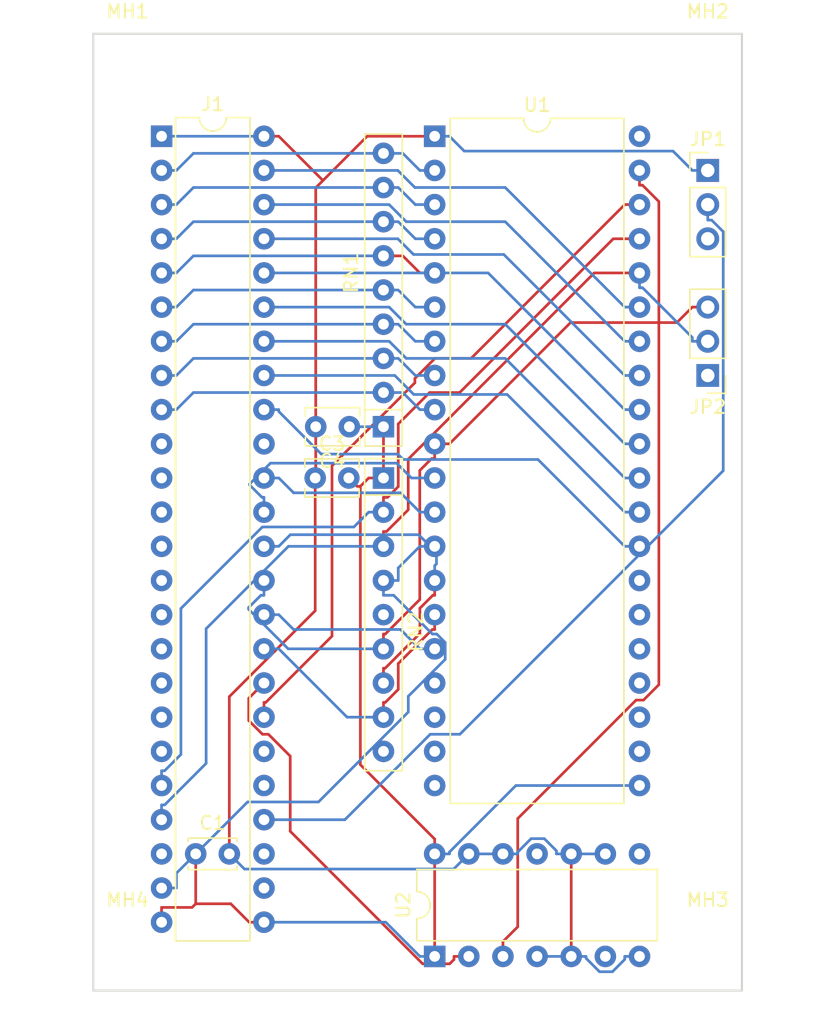
<source format=kicad_pcb>
(kicad_pcb (version 20211014) (generator pcbnew)
  (layers (0 "F.Cu" signal) (31 "B.Cu" signal) (34 "B.Paste" user) (35 "F.Paste" user) (36 "B.SilkS" user "B.Silkscreen") (37 "F.SilkS" user "F.Silkscreen") (38 "B.Mask" user) (39 "F.Mask" user) (44 "Edge.Cuts" user))
  (net 0 "")
  (net 1 "VCC")
  (net 2 "GND")
  (net 3 "Net-(J1-Pad30)")
  (net 4 "/P26")
  (net 5 "Net-(J1-Pad27)")
  (net 6 "/P27")
  (net 7 "/P47")
  (net 8 "Net-(J1-Pad28)")
  (net 9 "Net-(J1-Pad29)")
  (net 10 "/P46")
  (net 11 "Net-(J1-Pad26)")
  (net 12 "Net-(J1-Pad19)")
  (net 13 "/P25")
  (net 14 "/P24")
  (net 15 "/P23")
  (net 16 "/P22")
  (net 17 "/P21")
  (net 18 "/P20")
  (net 19 "Net-(J1-Pad10)")
  (net 20 "/P17")
  (net 21 "/P16")
  (net 22 "Net-(J1-Pad39)")
  (net 23 "/P15")
  (net 24 "/P40")
  (net 25 "/P14")
  (net 26 "/P41")
  (net 27 "/P13")
  (net 28 "/P42")
  (net 29 "/P12")
  (net 30 "/P11")
  (net 31 "/P44")
  (net 32 "/P10")
  (net 33 "/P45")
  (net 34 "Net-(U2-Pad11)")
  (net 35 "Net-(U2-Pad8)")
  (net 36 "Net-(JP1-Pad3)")
  (net 37 "/P50")
  (net 38 "/P43")
  (net 39 "/P51")
  (net 40 "Net-(JP2-Pad1)")
  (net 41 "/P53")
  (net 42 "Net-(J1-Pad22)")
  (net 43 "Net-(RN2-Pad9)")
  (net 44 "Net-(RN2-Pad5)")
  (net 45 "Net-(U1-Pad40)")
  (net 46 "Net-(U1-Pad20)")
  (net 47 "Net-(U1-Pad39)")
  (net 48 "Net-(U1-Pad19)")
  (net 49 "Net-(U1-Pad18)")
  (net 50 "Net-(U1-Pad17)")
  (net 51 "Net-(U1-Pad27)")
  (net 52 "Net-(U1-Pad26)")
  (net 53 "Net-(U1-Pad25)")
  (net 54 "Net-(U1-Pad24)")
  (net 55 "Net-(U1-Pad23)")
  (net 56 "Net-(U1-Pad22)")
  (net 57 "Net-(U2-Pad6)")
  (net 58 "Net-(J1-Pad17)")
  (net 59 "Net-(J1-Pad18)")
  (net 60 "Net-(J1-Pad16)")
  (net 61 "Net-(J1-Pad15)")
  (net 62 "Net-(J1-Pad14)")
  (net 63 "Net-(J1-Pad13)")
  (net 64 "Net-(J1-Pad12)")
  (net 65 "Net-(J1-Pad11)")
  (footprint "MountingHole:MountingHole_3.2mm_M3" (layer "F.Cu") (at 101 70)
    (fp_text reference "MH1" (at 0 -4.2) (layer "F.SilkS"))
    (fp_text value "MountingHole_3.2mm_M3")
    (pad "" np_thru_hole circle locked (at 0 0) (size 3.2 3.2) (drill 3.2) (layers *.Cu *.Mask))
  )
  (footprint "MountingHole:MountingHole_3.2mm_M3" (layer "F.Cu") (at 144.18 70)
    (fp_text reference "MH2" (at 0 -4.2) (layer "F.SilkS"))
    (fp_text value "MountingHole_3.2mm_M3")
    (pad "" np_thru_hole circle locked (at 0 0) (size 3.2 3.2) (drill 3.2) (layers *.Cu *.Mask))
  )
  (footprint "MountingHole:MountingHole_3.2mm_M3" (layer "F.Cu") (at 144.18 136.04)
    (fp_text reference "MH3" (at 0 -4.2) (layer "F.SilkS"))
    (fp_text value "MountingHole_3.2mm_M3")
    (pad "" np_thru_hole circle locked (at 0 0) (size 3.2 3.2) (drill 3.2) (layers *.Cu *.Mask))
  )
  (footprint "MountingHole:MountingHole_3.2mm_M3" (layer "F.Cu") (at 101 136.04)
    (fp_text reference "MH4" (at 0 -4.2) (layer "F.SilkS"))
    (fp_text value "MountingHole_3.2mm_M3")
    (pad "" np_thru_hole circle locked (at 0 0) (size 3.2 3.2) (drill 3.2) (layers *.Cu *.Mask))
  )
  (footprint "Capacitor_THT:C_Disc_D3.4mm_W2.1mm_P2.50mm" (layer "F.Cu") (at 106.08 128.42)
    (fp_text reference "C1" (at 1.25 -2.3) (layer "F.SilkS"))
    (fp_text value "0.1u")
    (fp_line (start -0.57 -1.17) (end -0.57 -0.925) (layer "F.SilkS") (width 0.12))
    (fp_line (start 3.07 -1.17) (end 3.07 -0.925) (layer "F.SilkS") (width 0.12))
    (fp_line (start -0.57 0.925) (end -0.57 1.17) (layer "F.SilkS") (width 0.12))
    (fp_line (start 3.07 0.925) (end 3.07 1.17) (layer "F.SilkS") (width 0.12))
    (fp_line (start -0.57 1.17) (end 3.07 1.17) (layer "F.SilkS") (width 0.12))
    (fp_line (start -0.57 -1.17) (end 3.07 -1.17) (layer "F.SilkS") (width 0.12))
    (pad "1" thru_hole circle locked (at 0 0) (size 1.6 1.6) (drill 0.8) (layers *.Cu *.Mask) (net 1 "VCC"))
    (pad "2" thru_hole circle locked (at 2.5 0) (size 1.6 1.6) (drill 0.8) (layers *.Cu *.Mask) (net 2 "GND"))
  )
  (footprint "Connector_PinHeader_2.54mm:PinHeader_1x03_P2.54mm_Vertical" (layer "F.Cu") (at 144.18 77.62)
    (fp_text reference "JP1" (at 0 -2.33) (layer "F.SilkS"))
    (fp_text value "MC/HD")
    (fp_line (start -1.33 1.27) (end 1.33 1.27) (layer "F.SilkS") (width 0.12))
    (fp_line (start -1.33 -1.33) (end 0 -1.33) (layer "F.SilkS") (width 0.12))
    (fp_line (start -1.33 0) (end -1.33 -1.33) (layer "F.SilkS") (width 0.12))
    (fp_line (start 1.33 1.27) (end 1.33 6.41) (layer "F.SilkS") (width 0.12))
    (fp_line (start -1.33 1.27) (end -1.33 6.41) (layer "F.SilkS") (width 0.12))
    (fp_line (start -1.33 6.41) (end 1.33 6.41) (layer "F.SilkS") (width 0.12))
    (pad "1" thru_hole rect locked (at 0 0) (size 1.7 1.7) (drill 1) (layers *.Cu *.Mask) (net 2 "GND"))
    (pad "2" thru_hole oval locked (at 0 2.54) (size 1.7 1.7) (drill 1) (layers *.Cu *.Mask) (net 8 "Net-(J1-Pad28)"))
    (pad "3" thru_hole oval locked (at 0 5.08) (size 1.7 1.7) (drill 1) (layers *.Cu *.Mask) (net 36 "Net-(JP1-Pad3)"))
  )
  (footprint "Connector_PinHeader_2.54mm:PinHeader_1x03_P2.54mm_Vertical" (layer "F.Cu") (at 144.18 92.86 180)
    (fp_text reference "JP2" (at 0 -2.33) (layer "F.SilkS"))
    (fp_text value "SingleStep")
    (fp_line (start -1.33 -1.33) (end 0 -1.33) (layer "F.SilkS") (width 0.12))
    (fp_line (start 1.33 1.27) (end 1.33 6.41) (layer "F.SilkS") (width 0.12))
    (fp_line (start -1.33 6.41) (end 1.33 6.41) (layer "F.SilkS") (width 0.12))
    (fp_line (start -1.33 1.27) (end -1.33 6.41) (layer "F.SilkS") (width 0.12))
    (fp_line (start -1.33 0) (end -1.33 -1.33) (layer "F.SilkS") (width 0.12))
    (fp_line (start -1.33 1.27) (end 1.33 1.27) (layer "F.SilkS") (width 0.12))
    (pad "1" thru_hole rect locked (at 0 0 180) (size 1.7 1.7) (drill 1) (layers *.Cu *.Mask) (net 40 "Net-(JP2-Pad1)"))
    (pad "2" thru_hole oval locked (at 0 2.54 180) (size 1.7 1.7) (drill 1) (layers *.Cu *.Mask) (net 39 "/P51"))
    (pad "3" thru_hole oval locked (at 0 5.08 180) (size 1.7 1.7) (drill 1) (layers *.Cu *.Mask) (net 38 "/P43"))
  )
  (footprint "Resistor_THT:R_Array_SIP9" (layer "F.Cu") (at 120.05 96.67 90)
    (fp_text reference "RN1" (at 11.43 -2.4 90) (layer "F.SilkS"))
    (fp_text value "10k")
    (fp_line (start 1.27 -1.4) (end 1.27 1.4) (layer "F.SilkS") (width 0.12))
    (fp_line (start -1.44 1.4) (end 21.76 1.4) (layer "F.SilkS") (width 0.12))
    (fp_line (start 21.76 1.4) (end 21.76 -1.4) (layer "F.SilkS") (width 0.12))
    (fp_line (start -1.44 -1.4) (end -1.44 1.4) (layer "F.SilkS") (width 0.12))
    (fp_line (start 21.76 -1.4) (end -1.44 -1.4) (layer "F.SilkS") (width 0.12))
    (pad "1" thru_hole rect locked (at 0 0 90) (size 1.6 1.6) (drill 0.8) (layers *.Cu *.Mask) (net 1 "VCC"))
    (pad "2" thru_hole oval locked (at 2.54 0 90) (size 1.6 1.6) (drill 0.8) (layers *.Cu *.Mask) (net 20 "/P17"))
    (pad "3" thru_hole oval locked (at 5.08 0 90) (size 1.6 1.6) (drill 0.8) (layers *.Cu *.Mask) (net 21 "/P16"))
    (pad "4" thru_hole oval locked (at 7.62 0 90) (size 1.6 1.6) (drill 0.8) (layers *.Cu *.Mask) (net 23 "/P15"))
    (pad "5" thru_hole oval locked (at 10.16 0 90) (size 1.6 1.6) (drill 0.8) (layers *.Cu *.Mask) (net 25 "/P14"))
    (pad "6" thru_hole oval locked (at 12.7 0 90) (size 1.6 1.6) (drill 0.8) (layers *.Cu *.Mask) (net 27 "/P13"))
    (pad "7" thru_hole oval locked (at 15.24 0 90) (size 1.6 1.6) (drill 0.8) (layers *.Cu *.Mask) (net 29 "/P12"))
    (pad "8" thru_hole oval locked (at 17.78 0 90) (size 1.6 1.6) (drill 0.8) (layers *.Cu *.Mask) (net 30 "/P11"))
    (pad "9" thru_hole oval locked (at 20.32 0 90) (size 1.6 1.6) (drill 0.8) (layers *.Cu *.Mask) (net 32 "/P10"))
  )
  (footprint "Resistor_THT:R_Array_SIP9" (layer "F.Cu") (at 120.05 100.48 -90)
    (fp_text reference "RN2" (at 11.43 -2.4 90) (layer "F.SilkS"))
    (fp_text value "4.7k")
    (fp_line (start 21.76 1.4) (end 21.76 -1.4) (layer "F.SilkS") (width 0.12))
    (fp_line (start 1.27 -1.4) (end 1.27 1.4) (layer "F.SilkS") (width 0.12))
    (fp_line (start -1.44 -1.4) (end -1.44 1.4) (layer "F.SilkS") (width 0.12))
    (fp_line (start 21.76 -1.4) (end -1.44 -1.4) (layer "F.SilkS") (width 0.12))
    (fp_line (start -1.44 1.4) (end 21.76 1.4) (layer "F.SilkS") (width 0.12))
    (pad "1" thru_hole rect locked (at 0 0 270) (size 1.6 1.6) (drill 0.8) (layers *.Cu *.Mask) (net 1 "VCC"))
    (pad "2" thru_hole oval locked (at 2.54 0 270) (size 1.6 1.6) (drill 0.8) (layers *.Cu *.Mask) (net 37 "/P50"))
    (pad "3" thru_hole oval locked (at 5.08 0 270) (size 1.6 1.6) (drill 0.8) (layers *.Cu *.Mask) (net 39 "/P51"))
    (pad "4" thru_hole oval locked (at 7.62 0 270) (size 1.6 1.6) (drill 0.8) (layers *.Cu *.Mask) (net 41 "/P53"))
    (pad "5" thru_hole oval locked (at 10.16 0 270) (size 1.6 1.6) (drill 0.8) (layers *.Cu *.Mask) (net 44 "Net-(RN2-Pad5)"))
    (pad "6" thru_hole oval locked (at 12.7 0 270) (size 1.6 1.6) (drill 0.8) (layers *.Cu *.Mask) (net 38 "/P43"))
    (pad "7" thru_hole oval locked (at 15.24 0 270) (size 1.6 1.6) (drill 0.8) (layers *.Cu *.Mask) (net 28 "/P42"))
    (pad "8" thru_hole oval locked (at 17.78 0 270) (size 1.6 1.6) (drill 0.8) (layers *.Cu *.Mask) (net 33 "/P45"))
    (pad "9" thru_hole oval locked (at 20.32 0 270) (size 1.6 1.6) (drill 0.8) (layers *.Cu *.Mask) (net 43 "Net-(RN2-Pad9)"))
  )
  (footprint "Package_DIP:DIP-14_W7.62mm" (layer "F.Cu") (at 123.86 136.04 90)
    (fp_text reference "U2" (at 3.81 -2.33 90) (layer "F.SilkS"))
    (fp_text value "74HCT126")
    (fp_line (start 6.46 16.57) (end 6.46 -1.33) (layer "F.SilkS") (width 0.12))
    (fp_line (start 2.81 -1.33) (end 1.16 -1.33) (layer "F.SilkS") (width 0.12))
    (fp_line (start 1.16 -1.33) (end 1.16 16.57) (layer "F.SilkS") (width 0.12))
    (fp_line (start 6.46 -1.33) (end 4.81 -1.33) (layer "F.SilkS") (width 0.12))
    (fp_line (start 1.16 16.57) (end 6.46 16.57) (layer "F.SilkS") (width 0.12))
    (fp_arc (start 4.81 -1.33) (mid 3.81 -0.33) (end 2.81 -1.33) (layer "F.SilkS") (width 0.12))
    (pad "1" thru_hole rect locked (at 0 0 90) (size 1.6 1.6) (drill 0.8) (layers *.Cu *.Mask) (net 1 "VCC"))
    (pad "2" thru_hole oval locked (at 0 2.54 90) (size 1.6 1.6) (drill 0.8) (layers *.Cu *.Mask) (net 10 "/P46"))
    (pad "3" thru_hole oval locked (at 0 5.08 90) (size 1.6 1.6) (drill 0.8) (layers *.Cu *.Mask) (net 47 "Net-(U1-Pad39)"))
    (pad "4" thru_hole oval locked (at 0 7.62 90) (size 1.6 1.6) (drill 0.8) (layers *.Cu *.Mask) (net 2 "GND"))
    (pad "5" thru_hole oval locked (at 0 10.16 90) (size 1.6 1.6) (drill 0.8) (layers *.Cu *.Mask) (net 2 "GND"))
    (pad "6" thru_hole oval locked (at 0 12.7 90) (size 1.6 1.6) (drill 0.8) (layers *.Cu *.Mask) (net 57 "Net-(U2-Pad6)"))
    (pad "7" thru_hole oval locked (at 0 15.24 90) (size 1.6 1.6) (drill 0.8) (layers *.Cu *.Mask) (net 2 "GND"))
    (pad "8" thru_hole oval locked (at 7.62 15.24 90) (size 1.6 1.6) (drill 0.8) (layers *.Cu *.Mask) (net 35 "Net-(U2-Pad8)"))
    (pad "9" thru_hole oval locked (at 7.62 12.7 90) (size 1.6 1.6) (drill 0.8) (layers *.Cu *.Mask) (net 2 "GND"))
    (pad "10" thru_hole oval locked (at 7.62 10.16 90) (size 1.6 1.6) (drill 0.8) (layers *.Cu *.Mask) (net 2 "GND"))
    (pad "11" thru_hole oval locked (at 7.62 7.62 90) (size 1.6 1.6) (drill 0.8) (layers *.Cu *.Mask) (net 34 "Net-(U2-Pad11)"))
    (pad "12" thru_hole oval locked (at 7.62 5.08 90) (size 1.6 1.6) (drill 0.8) (layers *.Cu *.Mask) (net 2 "GND"))
    (pad "13" thru_hole oval locked (at 7.62 2.54 90) (size 1.6 1.6) (drill 0.8) (layers *.Cu *.Mask) (net 2 "GND"))
    (pad "14" thru_hole oval locked (at 7.62 0 90) (size 1.6 1.6) (drill 0.8) (layers *.Cu *.Mask) (net 1 "VCC"))
  )
  (footprint "0-LocalLibrary:DIP-48_W7.62mm" (layer "F.Cu") (at 103.54 75.08)
    (fp_text reference "J1" (at 3.81 -2.39) (layer "F.SilkS"))
    (fp_text value "BionicConnector")
    (fp_line (start 1.04 18.93) (end 1.04 59.81) (layer "F.SilkS") (width 0.12))
    (fp_line (start 6.58 59.81) (end 6.58 18.93) (layer "F.SilkS") (width 0.12))
    (fp_line (start 1.04 59.81) (end 6.58 59.81) (layer "F.SilkS") (width 0.12))
    (fp_line (start 2.81 -1.39) (end 1.04 -1.39) (layer "F.SilkS") (width 0.12))
    (fp_line (start 6.58 -1.39) (end 4.81 -1.39) (layer "F.SilkS") (width 0.12))
    (fp_line (start 1.04 -1.39) (end 1.04 39.49) (layer "F.SilkS") (width 0.12))
    (fp_line (start 6.58 39.49) (end 6.58 -1.39) (layer "F.SilkS") (width 0.12))
    (fp_arc (start 4.81 -1.39) (mid 3.81 -0.39) (end 2.81 -1.39) (layer "F.SilkS") (width 0.12))
    (pad "1" thru_hole rect locked (at 0 0) (size 1.6 1.6) (drill 0.8) (layers *.Cu *.Mask) (net 2 "GND"))
    (pad "2" thru_hole oval locked (at 0 2.54) (size 1.6 1.6) (drill 0.8) (layers *.Cu *.Mask) (net 32 "/P10"))
    (pad "3" thru_hole oval locked (at 0 5.08) (size 1.6 1.6) (drill 0.8) (layers *.Cu *.Mask) (net 30 "/P11"))
    (pad "4" thru_hole oval locked (at 0 7.62) (size 1.6 1.6) (drill 0.8) (layers *.Cu *.Mask) (net 29 "/P12"))
    (pad "5" thru_hole oval locked (at 0 10.16) (size 1.6 1.6) (drill 0.8) (layers *.Cu *.Mask) (net 27 "/P13"))
    (pad "6" thru_hole oval locked (at 0 12.7) (size 1.6 1.6) (drill 0.8) (layers *.Cu *.Mask) (net 25 "/P14"))
    (pad "7" thru_hole oval locked (at 0 15.24) (size 1.6 1.6) (drill 0.8) (layers *.Cu *.Mask) (net 23 "/P15"))
    (pad "8" thru_hole oval locked (at 0 17.78) (size 1.6 1.6) (drill 0.8) (layers *.Cu *.Mask) (net 21 "/P16"))
    (pad "9" thru_hole oval locked (at 0 20.32) (size 1.6 1.6) (drill 0.8) (layers *.Cu *.Mask) (net 20 "/P17"))
    (pad "10" thru_hole oval locked (at 0 22.86) (size 1.6 1.6) (drill 0.8) (layers *.Cu *.Mask) (net 19 "Net-(J1-Pad10)"))
    (pad "11" thru_hole oval locked (at 0 25.4) (size 1.6 1.6) (drill 0.8) (layers *.Cu *.Mask) (net 65 "Net-(J1-Pad11)"))
    (pad "12" thru_hole oval locked (at 0 27.94) (size 1.6 1.6) (drill 0.8) (layers *.Cu *.Mask) (net 64 "Net-(J1-Pad12)"))
    (pad "13" thru_hole oval locked (at 0 30.48) (size 1.6 1.6) (drill 0.8) (layers *.Cu *.Mask) (net 63 "Net-(J1-Pad13)"))
    (pad "14" thru_hole oval locked (at 0 33.02) (size 1.6 1.6) (drill 0.8) (layers *.Cu *.Mask) (net 62 "Net-(J1-Pad14)"))
    (pad "15" thru_hole oval locked (at 0 35.56) (size 1.6 1.6) (drill 0.8) (layers *.Cu *.Mask) (net 61 "Net-(J1-Pad15)"))
    (pad "16" thru_hole oval locked (at 0 38.1) (size 1.6 1.6) (drill 0.8) (layers *.Cu *.Mask) (net 60 "Net-(J1-Pad16)"))
    (pad "17" thru_hole oval locked (at 0 40.64) (size 1.6 1.6) (drill 0.8) (layers *.Cu *.Mask) (net 58 "Net-(J1-Pad17)"))
    (pad "18" thru_hole oval locked (at 0 43.18) (size 1.6 1.6) (drill 0.8) (layers *.Cu *.Mask) (net 59 "Net-(J1-Pad18)"))
    (pad "19" thru_hole oval locked (at 0 45.72) (size 1.6 1.6) (drill 0.8) (layers *.Cu *.Mask) (net 12 "Net-(J1-Pad19)"))
    (pad "20" thru_hole oval locked (at 0 48.26) (size 1.6 1.6) (drill 0.8) (layers *.Cu *.Mask) (net 37 "/P50"))
    (pad "21" thru_hole oval locked (at 0 50.8) (size 1.6 1.6) (drill 0.8) (layers *.Cu *.Mask) (net 39 "/P51"))
    (pad "22" thru_hole oval locked (at 0 53.34) (size 1.6 1.6) (drill 0.8) (layers *.Cu *.Mask) (net 42 "Net-(J1-Pad22)"))
    (pad "23" thru_hole oval locked (at 0 55.88) (size 1.6 1.6) (drill 0.8) (layers *.Cu *.Mask) (net 41 "/P53"))
    (pad "24" thru_hole oval locked (at 0 58.42) (size 1.6 1.6) (drill 0.8) (layers *.Cu *.Mask) (net 1 "VCC"))
    (pad "25" thru_hole oval locked (at 7.62 58.42) (size 1.6 1.6) (drill 0.8) (layers *.Cu *.Mask) (net 1 "VCC"))
    (pad "26" thru_hole oval locked (at 7.62 55.88) (size 1.6 1.6) (drill 0.8) (layers *.Cu *.Mask) (net 11 "Net-(J1-Pad26)"))
    (pad "27" thru_hole oval locked (at 7.62 53.34) (size 1.6 1.6) (drill 0.8) (layers *.Cu *.Mask) (net 5 "Net-(J1-Pad27)"))
    (pad "28" thru_hole oval locked (at 7.62 50.8) (size 1.6 1.6) (drill 0.8) (layers *.Cu *.Mask) (net 8 "Net-(J1-Pad28)"))
    (pad "29" thru_hole oval locked (at 7.62 48.26) (size 1.6 1.6) (drill 0.8) (layers *.Cu *.Mask) (net 9 "Net-(J1-Pad29)"))
    (pad "30" thru_hole oval locked (at 7.62 45.72) (size 1.6 1.6) (drill 0.8) (layers *.Cu *.Mask) (net 3 "Net-(J1-Pad30)"))
    (pad "31" thru_hole oval locked (at 7.62 43.18) (size 1.6 1.6) (drill 0.8) (layers *.Cu *.Mask) (net 7 "/P47"))
    (pad "32" thru_hole oval locked (at 7.62 40.64) (size 1.6 1.6) (drill 0.8) (layers *.Cu *.Mask) (net 10 "/P46"))
    (pad "33" thru_hole oval locked (at 7.62 38.1) (size 1.6 1.6) (drill 0.8) (layers *.Cu *.Mask) (net 33 "/P45"))
    (pad "34" thru_hole oval locked (at 7.62 35.56) (size 1.6 1.6) (drill 0.8) (layers *.Cu *.Mask) (net 31 "/P44"))
    (pad "35" thru_hole oval locked (at 7.62 33.02) (size 1.6 1.6) (drill 0.8) (layers *.Cu *.Mask) (net 38 "/P43"))
    (pad "36" thru_hole oval locked (at 7.62 30.48) (size 1.6 1.6) (drill 0.8) (layers *.Cu *.Mask) (net 28 "/P42"))
    (pad "37" thru_hole oval locked (at 7.62 27.94) (size 1.6 1.6) (drill 0.8) (layers *.Cu *.Mask) (net 26 "/P41"))
    (pad "38" thru_hole oval locked (at 7.62 25.4) (size 1.6 1.6) (drill 0.8) (layers *.Cu *.Mask) (net 24 "/P40"))
    (pad "39" thru_hole oval locked (at 7.62 22.86) (size 1.6 1.6) (drill 0.8) (layers *.Cu *.Mask) (net 22 "Net-(J1-Pad39)"))
    (pad "40" thru_hole oval locked (at 7.62 20.32) (size 1.6 1.6) (drill 0.8) (layers *.Cu *.Mask) (net 6 "/P27"))
    (pad "41" thru_hole oval locked (at 7.62 17.78) (size 1.6 1.6) (drill 0.8) (layers *.Cu *.Mask) (net 4 "/P26"))
    (pad "42" thru_hole oval locked (at 7.62 15.24) (size 1.6 1.6) (drill 0.8) (layers *.Cu *.Mask) (net 13 "/P25"))
    (pad "43" thru_hole oval locked (at 7.62 12.7) (size 1.6 1.6) (drill 0.8) (layers *.Cu *.Mask) (net 14 "/P24"))
    (pad "44" thru_hole oval locked (at 7.62 10.16) (size 1.6 1.6) (drill 0.8) (layers *.Cu *.Mask) (net 15 "/P23"))
    (pad "45" thru_hole oval locked (at 7.62 7.62) (size 1.6 1.6) (drill 0.8) (layers *.Cu *.Mask) (net 16 "/P22"))
    (pad "46" thru_hole oval locked (at 7.62 5.08) (size 1.6 1.6) (drill 0.8) (layers *.Cu *.Mask) (net 17 "/P21"))
    (pad "47" thru_hole oval locked (at 7.62 2.54) (size 1.6 1.6) (drill 0.8) (layers *.Cu *.Mask) (net 18 "/P20"))
    (pad "48" thru_hole oval locked (at 7.62 0) (size 1.6 1.6) (drill 0.8) (layers *.Cu *.Mask) (net 2 "GND"))
  )
  (footprint "Package_DIP:DIP-40_W15.24mm" (layer "F.Cu") (at 123.86 75.08)
    (fp_text reference "U1" (at 7.62 -2.33) (layer "F.SilkS"))
    (fp_text value "MC68HC11D0P")
    (fp_line (start 1.16 -1.33) (end 1.16 49.59) (layer "F.SilkS") (width 0.12))
    (fp_line (start 6.62 -1.33) (end 1.16 -1.33) (layer "F.SilkS") (width 0.12))
    (fp_line (start 14.08 49.59) (end 14.08 -1.33) (layer "F.SilkS") (width 0.12))
    (fp_line (start 14.08 -1.33) (end 8.62 -1.33) (layer "F.SilkS") (width 0.12))
    (fp_line (start 1.16 49.59) (end 14.08 49.59) (layer "F.SilkS") (width 0.12))
    (fp_arc (start 8.62 -1.33) (mid 7.62 -0.33) (end 6.62 -1.33) (layer "F.SilkS") (width 0.12))
    (pad "1" thru_hole rect locked (at 0 0) (size 1.6 1.6) (drill 0.8) (layers *.Cu *.Mask) (net 2 "GND"))
    (pad "2" thru_hole oval locked (at 0 2.54) (size 1.6 1.6) (drill 0.8) (layers *.Cu *.Mask) (net 32 "/P10"))
    (pad "3" thru_hole oval locked (at 0 5.08) (size 1.6 1.6) (drill 0.8) (layers *.Cu *.Mask) (net 30 "/P11"))
    (pad "4" thru_hole oval locked (at 0 7.62) (size 1.6 1.6) (drill 0.8) (layers *.Cu *.Mask) (net 29 "/P12"))
    (pad "5" thru_hole oval locked (at 0 10.16) (size 1.6 1.6) (drill 0.8) (layers *.Cu *.Mask) (net 27 "/P13"))
    (pad "6" thru_hole oval locked (at 0 12.7) (size 1.6 1.6) (drill 0.8) (layers *.Cu *.Mask) (net 25 "/P14"))
    (pad "7" thru_hole oval locked (at 0 15.24) (size 1.6 1.6) (drill 0.8) (layers *.Cu *.Mask) (net 23 "/P15"))
    (pad "8" thru_hole oval locked (at 0 17.78) (size 1.6 1.6) (drill 0.8) (layers *.Cu *.Mask) (net 21 "/P16"))
    (pad "9" thru_hole oval locked (at 0 20.32) (size 1.6 1.6) (drill 0.8) (layers *.Cu *.Mask) (net 20 "/P17"))
    (pad "10" thru_hole oval locked (at 0 22.86) (size 1.6 1.6) (drill 0.8) (layers *.Cu *.Mask) (net 38 "/P43"))
    (pad "11" thru_hole oval locked (at 0 25.4) (size 1.6 1.6) (drill 0.8) (layers *.Cu *.Mask) (net 26 "/P41"))
    (pad "12" thru_hole oval locked (at 0 27.94) (size 1.6 1.6) (drill 0.8) (layers *.Cu *.Mask) (net 24 "/P40"))
    (pad "13" thru_hole oval locked (at 0 30.48) (size 1.6 1.6) (drill 0.8) (layers *.Cu *.Mask) (net 41 "/P53"))
    (pad "14" thru_hole oval locked (at 0 33.02) (size 1.6 1.6) (drill 0.8) (layers *.Cu *.Mask) (net 28 "/P42"))
    (pad "15" thru_hole oval locked (at 0 35.56) (size 1.6 1.6) (drill 0.8) (layers *.Cu *.Mask) (net 33 "/P45"))
    (pad "16" thru_hole oval locked (at 0 38.1) (size 1.6 1.6) (drill 0.8) (layers *.Cu *.Mask) (net 31 "/P44"))
    (pad "17" thru_hole oval locked (at 0 40.64) (size 1.6 1.6) (drill 0.8) (layers *.Cu *.Mask) (net 50 "Net-(U1-Pad17)"))
    (pad "18" thru_hole oval locked (at 0 43.18) (size 1.6 1.6) (drill 0.8) (layers *.Cu *.Mask) (net 49 "Net-(U1-Pad18)"))
    (pad "19" thru_hole oval locked (at 0 45.72) (size 1.6 1.6) (drill 0.8) (layers *.Cu *.Mask) (net 48 "Net-(U1-Pad19)"))
    (pad "20" thru_hole oval locked (at 0 48.26) (size 1.6 1.6) (drill 0.8) (layers *.Cu *.Mask) (net 46 "Net-(U1-Pad20)"))
    (pad "21" thru_hole oval locked (at 15.24 48.26) (size 1.6 1.6) (drill 0.8) (layers *.Cu *.Mask) (net 1 "VCC"))
    (pad "22" thru_hole oval locked (at 15.24 45.72) (size 1.6 1.6) (drill 0.8) (layers *.Cu *.Mask) (net 56 "Net-(U1-Pad22)"))
    (pad "23" thru_hole oval locked (at 15.24 43.18) (size 1.6 1.6) (drill 0.8) (layers *.Cu *.Mask) (net 55 "Net-(U1-Pad23)"))
    (pad "24" thru_hole oval locked (at 15.24 40.64) (size 1.6 1.6) (drill 0.8) (layers *.Cu *.Mask) (net 54 "Net-(U1-Pad24)"))
    (pad "25" thru_hole oval locked (at 15.24 38.1) (size 1.6 1.6) (drill 0.8) (layers *.Cu *.Mask) (net 53 "Net-(U1-Pad25)"))
    (pad "26" thru_hole oval locked (at 15.24 35.56) (size 1.6 1.6) (drill 0.8) (layers *.Cu *.Mask) (net 52 "Net-(U1-Pad26)"))
    (pad "27" thru_hole oval locked (at 15.24 33.02) (size 1.6 1.6) (drill 0.8) (layers *.Cu *.Mask) (net 51 "Net-(U1-Pad27)"))
    (pad "28" thru_hole oval locked (at 15.24 30.48) (size 1.6 1.6) (drill 0.8) (layers *.Cu *.Mask) (net 6 "/P27"))
    (pad "29" thru_hole oval locked (at 15.24 27.94) (size 1.6 1.6) (drill 0.8) (layers *.Cu *.Mask) (net 4 "/P26"))
    (pad "30" thru_hole oval locked (at 15.24 25.4) (size 1.6 1.6) (drill 0.8) (layers *.Cu *.Mask) (net 13 "/P25"))
    (pad "31" thru_hole oval locked (at 15.24 22.86) (size 1.6 1.6) (drill 0.8) (layers *.Cu *.Mask) (net 14 "/P24"))
    (pad "32" thru_hole oval locked (at 15.24 20.32) (size 1.6 1.6) (drill 0.8) (layers *.Cu *.Mask) (net 15 "/P23"))
    (pad "33" thru_hole oval locked (at 15.24 17.78) (size 1.6 1.6) (drill 0.8) (layers *.Cu *.Mask) (net 16 "/P22"))
    (pad "34" thru_hole oval locked (at 15.24 15.24) (size 1.6 1.6) (drill 0.8) (layers *.Cu *.Mask) (net 17 "/P21"))
    (pad "35" thru_hole oval locked (at 15.24 12.7) (size 1.6 1.6) (drill 0.8) (layers *.Cu *.Mask) (net 18 "/P20"))
    (pad "36" thru_hole oval locked (at 15.24 10.16) (size 1.6 1.6) (drill 0.8) (layers *.Cu *.Mask) (net 39 "/P51"))
    (pad "37" thru_hole oval locked (at 15.24 7.62) (size 1.6 1.6) (drill 0.8) (layers *.Cu *.Mask) (net 37 "/P50"))
    (pad "38" thru_hole oval locked (at 15.24 5.08) (size 1.6 1.6) (drill 0.8) (layers *.Cu *.Mask) (net 7 "/P47"))
    (pad "39" thru_hole oval locked (at 15.24 2.54) (size 1.6 1.6) (drill 0.8) (layers *.Cu *.Mask) (net 47 "Net-(U1-Pad39)"))
    (pad "40" thru_hole oval locked (at 15.24 0) (size 1.6 1.6) (drill 0.8) (layers *.Cu *.Mask) (net 45 "Net-(U1-Pad40)"))
  )
  (footprint "Capacitor_THT:C_Disc_D3.8mm_W2.6mm_P2.50mm" (layer "F.Cu") (at 114.97 100.48)
    (fp_text reference "C3" (at 1.25 -2.55) (layer "F.SilkS"))
    (fp_text value "100uF")
    (fp_line (start 3.27 0.795) (end 3.27 1.42) (layer "F.SilkS") (width 0.12))
    (fp_line (start -0.77 -1.42) (end 3.27 -1.42) (layer "F.SilkS") (width 0.12))
    (fp_line (start -0.77 -1.42) (end -0.77 -0.795) (layer "F.SilkS") (width 0.12))
    (fp_line (start 3.27 -1.42) (end 3.27 -0.795) (layer "F.SilkS") (width 0.12))
    (fp_line (start -0.77 0.795) (end -0.77 1.42) (layer "F.SilkS") (width 0.12))
    (fp_line (start -0.77 1.42) (end 3.27 1.42) (layer "F.SilkS") (width 0.12))
    (pad "1" thru_hole circle locked (at 0 0) (size 1.6 1.6) (drill 0.8) (layers *.Cu *.Mask) (net 2 "GND"))
    (pad "2" thru_hole circle locked (at 2.5 0) (size 1.6 1.6) (drill 0.8) (layers *.Cu *.Mask) (net 1 "VCC"))
  )
  (footprint "Capacitor_THT:C_Disc_D3.8mm_W2.6mm_P2.50mm" (layer "F.Cu") (at 117.51 96.67 180)
    (fp_text reference "C4" (at 1.27 -2.54) (layer "F.SilkS"))
    (fp_text value "100uF")
    (fp_line (start -0.77 -1.42) (end 3.27 -1.42) (layer "F.SilkS") (width 0.12))
    (fp_line (start -0.77 0.795) (end -0.77 1.42) (layer "F.SilkS") (width 0.12))
    (fp_line (start 3.27 -1.42) (end 3.27 -0.795) (layer "F.SilkS") (width 0.12))
    (fp_line (start 3.27 0.795) (end 3.27 1.42) (layer "F.SilkS") (width 0.12))
    (fp_line (start -0.77 -1.42) (end -0.77 -0.795) (layer "F.SilkS") (width 0.12))
    (fp_line (start -0.77 1.42) (end 3.27 1.42) (layer "F.SilkS") (width 0.12))
    (pad "1" thru_hole circle locked (at 0 0 180) (size 1.6 1.6) (drill 0.8) (layers *.Cu *.Mask) (net 1 "VCC"))
    (pad "2" thru_hole circle locked (at 2.5 0 180) (size 1.6 1.6) (drill 0.8) (layers *.Cu *.Mask) (net 2 "GND"))
  )
  (gr_line (start 98.46 138.58) (end 98.46 67.46) (layer "Edge.Cuts") (width 0.15))
  (gr_line (start 146.72 138.58) (end 98.46 138.58) (layer "Edge.Cuts") (width 0.15))
  (gr_line (start 98.46 67.46) (end 146.72 67.46) (layer "Edge.Cuts") (width 0.15))
  (gr_line (start 146.72 67.46) (end 146.72 138.58) (layer "Edge.Cuts") (width 0.15))
  (segment (start 105.8102 132.3997) (end 106.08 132.1299) (width 0.2) (layer "F.Cu") (net 1))
  (segment (start 108.6896 132.1299) (end 110.0597 133.5) (width 0.2) (layer "F.Cu") (net 1))
  (segment (start 106.08 132.1299) (end 108.6896 132.1299) (width 0.2) (layer "F.Cu") (net 1))
  (segment (start 123.86 136.04) (end 123.86 128.42) (width 0.2) (layer "F.Cu") (net 1))
  (segment (start 118.0898 101.0998) (end 118.3299 101.0998) (width 0.2) (layer "F.Cu") (net 1))
  (segment (start 120.05 100.48) (end 120.05 96.67) (width 0.2) (layer "F.Cu") (net 1))
  (segment (start 103.54 132.3997) (end 105.8102 132.3997) (width 0.2) (layer "F.Cu") (net 1))
  (segment (start 103.54 133.5) (end 103.54 132.3997) (width 0.2) (layer "F.Cu") (net 1))
  (segment (start 111.16 133.5) (end 110.0597 133.5) (width 0.2) (layer "F.Cu") (net 1))
  (segment (start 120.05 100.48) (end 118.9497 100.48) (width 0.2) (layer "F.Cu") (net 1))
  (segment (start 117.47 100.48) (end 118.0898 101.0998) (width 0.2) (layer "F.Cu") (net 1))
  (segment (start 106.08 128.42) (end 106.08 132.1299) (width 0.2) (layer "F.Cu") (net 1))
  (segment (start 123.86 127.3197) (end 118.3299 121.7896) (width 0.2) (layer "F.Cu") (net 1))
  (segment (start 118.3299 101.0998) (end 118.9497 100.48) (width 0.2) (layer "F.Cu") (net 1))
  (segment (start 118.3299 121.7896) (end 118.3299 101.0998) (width 0.2) (layer "F.Cu") (net 1))
  (segment (start 123.86 128.42) (end 123.86 127.3197) (width 0.2) (layer "F.Cu") (net 1))
  (segment (start 124.9603 128.42) (end 124.9603 128.2825) (width 0.2) (layer "B.Cu") (net 1))
  (segment (start 124.9603 128.2825) (end 129.9028 123.34) (width 0.2) (layer "B.Cu") (net 1))
  (segment (start 123.86 128.42) (end 124.9603 128.42) (width 0.2) (layer "B.Cu") (net 1))
  (segment (start 120.05 96.67) (end 117.51 96.67) (width 0.2) (layer "B.Cu") (net 1))
  (segment (start 111.16 133.5) (end 120.2197 133.5) (width 0.2) (layer "B.Cu") (net 1))
  (segment (start 123.86 136.04) (end 122.7597 136.04) (width 0.2) (layer "B.Cu") (net 1))
  (segment (start 129.9028 123.34) (end 139.1 123.34) (width 0.2) (layer "B.Cu") (net 1))
  (segment (start 120.2197 133.5) (end 122.7597 136.04) (width 0.2) (layer "B.Cu") (net 1))
  (segment (start 134.02 128.42) (end 134.02 136.04) (width 0.2) (layer "F.Cu") (net 2))
  (segment (start 114.97 100.48) (end 114.97 110.3448) (width 0.2) (layer "F.Cu") (net 2))
  (segment (start 111.16 75.08) (end 112.2603 75.08) (width 0.2) (layer "F.Cu") (net 2))
  (segment (start 115.01 100.44) (end 114.97 100.48) (width 0.2) (layer "F.Cu") (net 2))
  (segment (start 123.86 75.08) (end 122.7597 75.08) (width 0.2) (layer "F.Cu") (net 2))
  (segment (start 115.5494 78.3691) (end 112.2603 75.08) (width 0.2) (layer "F.Cu") (net 2))
  (segment (start 115.01 96.67) (end 115.01 78.9085) (width 0.2) (layer "F.Cu") (net 2))
  (segment (start 114.97 110.3448) (end 108.58 116.7348) (width 0.2) (layer "F.Cu") (net 2))
  (segment (start 115.01 96.67) (end 115.01 100.44) (width 0.2) (layer "F.Cu") (net 2))
  (segment (start 108.58 116.7348) (end 108.58 128.42) (width 0.2) (layer "F.Cu") (net 2))
  (segment (start 115.5494 78.3691) (end 118.8385 75.08) (width 0.2) (layer "F.Cu") (net 2))
  (segment (start 115.01 78.9085) (end 115.5494 78.3691) (width 0.2) (layer "F.Cu") (net 2))
  (segment (start 118.8385 75.08) (end 122.7597 75.08) (width 0.2) (layer "F.Cu") (net 2))
  (segment (start 126.0606 76.1803) (end 124.9603 75.08) (width 0.2) (layer "B.Cu") (net 2))
  (segment (start 134.02 128.42) (end 132.9197 128.42) (width 0.2) (layer "B.Cu") (net 2))
  (segment (start 137.0891 137.1786) (end 137.9997 136.268) (width 0.2) (layer "B.Cu") (net 2))
  (segment (start 136.56 128.42) (end 134.02 128.42) (width 0.2) (layer "B.Cu") (net 2))
  (segment (start 137.9997 136.268) (end 137.9997 136.04) (width 0.2) (layer "B.Cu") (net 2))
  (segment (start 135.1203 136.1775) (end 136.1214 137.1786) (width 0.2) (layer "B.Cu") (net 2))
  (segment (start 128.94 128.42) (end 127.8397 128.42) (width 0.2) (layer "B.Cu") (net 2))
  (segment (start 132.0155 127.2878) (end 132.9197 128.192) (width 0.2) (layer "B.Cu") (net 2))
  (segment (start 130.0403 128.42) (end 130.0403 128.2825) (width 0.2) (layer "B.Cu") (net 2))
  (segment (start 108.58 128.42) (end 109.7062 129.5462) (width 0.2) (layer "B.Cu") (net 2))
  (segment (start 139.1 136.04) (end 137.9997 136.04) (width 0.2) (layer "B.Cu") (net 2))
  (segment (start 144.18 77.62) (end 143.0297 77.62) (width 0.2) (layer "B.Cu") (net 2))
  (segment (start 130.0403 128.2825) (end 131.035 127.2878) (width 0.2) (layer "B.Cu") (net 2))
  (segment (start 141.59 76.1803) (end 126.0606 76.1803) (width 0.2) (layer "B.Cu") (net 2))
  (segment (start 135.1203 136.04) (end 135.1203 136.1775) (width 0.2) (layer "B.Cu") (net 2))
  (segment (start 126.4 128.42) (end 127.8397 128.42) (width 0.2) (layer "B.Cu") (net 2))
  (segment (start 131.48 136.04) (end 134.02 136.04) (width 0.2) (layer "B.Cu") (net 2))
  (segment (start 143.0297 77.62) (end 141.59 76.1803) (width 0.2) (layer "B.Cu") (net 2))
  (segment (start 125.2738 129.5462) (end 126.4 128.42) (width 0.2) (layer "B.Cu") (net 2))
  (segment (start 131.035 127.2878) (end 132.0155 127.2878) (width 0.2) (layer "B.Cu") (net 2))
  (segment (start 134.02 136.04) (end 135.1203 136.04) (width 0.2) (layer "B.Cu") (net 2))
  (segment (start 109.7062 129.5462) (end 125.2738 129.5462) (width 0.2) (layer "B.Cu") (net 2))
  (segment (start 123.86 75.08) (end 124.9603 75.08) (width 0.2) (layer "B.Cu") (net 2))
  (segment (start 128.94 128.42) (end 130.0403 128.42) (width 0.2) (layer "B.Cu") (net 2))
  (segment (start 136.1214 137.1786) (end 137.0891 137.1786) (width 0.2) (layer "B.Cu") (net 2))
  (segment (start 132.9197 128.192) (end 132.9197 128.42) (width 0.2) (layer "B.Cu") (net 2))
  (segment (start 103.54 75.08) (end 111.16 75.08) (width 0.2) (layer "B.Cu") (net 2))
  (segment (start 120.8923 92.86) (end 111.16 92.86) (width 0.2) (layer "B.Cu") (net 4))
  (segment (start 129.2513 94.2716) (end 122.3039 94.2716) (width 0.2) (layer "B.Cu") (net 4))
  (segment (start 139.1 103.02) (end 137.9997 103.02) (width 0.2) (layer "B.Cu") (net 4))
  (segment (start 122.3039 94.2716) (end 120.8923 92.86) (width 0.2) (layer "B.Cu") (net 4))
  (segment (start 137.9997 103.02) (end 129.2513 94.2716) (width 0.2) (layer "B.Cu") (net 4))
  (segment (start 137.9997 105.56) (end 131.5443 99.1046) (width 0.2) (layer "B.Cu") (net 6))
  (segment (start 111.16 95.4) (end 112.2603 95.4) (width 0.2) (layer "B.Cu") (net 6))
  (segment (start 121.5164 99.1046) (end 121.1162 98.7044) (width 0.2) (layer "B.Cu") (net 6))
  (segment (start 112.2603 95.5375) (end 112.2603 95.4) (width 0.2) (layer "B.Cu") (net 6))
  (segment (start 139.1 105.56) (end 137.9997 105.56) (width 0.2) (layer "B.Cu") (net 6))
  (segment (start 121.1162 98.7044) (end 115.4272 98.7044) (width 0.2) (layer "B.Cu") (net 6))
  (segment (start 115.4272 98.7044) (end 112.2603 95.5375) (width 0.2) (layer "B.Cu") (net 6))
  (segment (start 131.5443 99.1046) (end 121.5164 99.1046) (width 0.2) (layer "B.Cu") (net 6))
  (segment (start 139.1 80.16) (end 137.9997 80.16) (width 0.2) (layer "F.Cu") (net 7))
  (segment (start 123.8827 91.59) (end 126.5697 91.59) (width 0.2) (layer "F.Cu") (net 7))
  (segment (start 111.16 117.1597) (end 111.2975 117.1597) (width 0.2) (layer "F.Cu") (net 7))
  (segment (start 116.22 112.2372) (end 116.22 99.5701) (width 0.2) (layer "F.Cu") (net 7))
  (segment (start 122.3882 93.4019) (end 122.3882 93.0845) (width 0.2) (layer "F.Cu") (net 7))
  (segment (start 122.3882 93.0845) (end 123.8827 91.59) (width 0.2) (layer "F.Cu") (net 7))
  (segment (start 111.16 118.26) (end 111.16 117.1597) (width 0.2) (layer "F.Cu") (net 7))
  (segment (start 111.2975 117.1597) (end 116.22 112.2372) (width 0.2) (layer "F.Cu") (net 7))
  (segment (start 116.22 99.5701) (end 122.3882 93.4019) (width 0.2) (layer "F.Cu") (net 7))
  (segment (start 126.5697 91.59) (end 137.9997 80.16) (width 0.2) (layer "F.Cu") (net 7))
  (segment (start 125.7373 119.53) (end 123.5278 119.53) (width 0.2) (layer "B.Cu") (net 8))
  (segment (start 117.1778 125.88) (end 111.16 125.88) (width 0.2) (layer "B.Cu") (net 8))
  (segment (start 144.18 80.16) (end 144.18 81.3103) (width 0.2) (layer "B.Cu") (net 8))
  (segment (start 144.18 81.3103) (end 144.4676 81.3103) (width 0.2) (layer "B.Cu") (net 8))
  (segment (start 145.3304 82.1731) (end 145.3304 99.9369) (width 0.2) (layer "B.Cu") (net 8))
  (segment (start 145.3304 99.9369) (end 125.7373 119.53) (width 0.2) (layer "B.Cu") (net 8))
  (segment (start 144.4676 81.3103) (end 145.3304 82.1731) (width 0.2) (layer "B.Cu") (net 8))
  (segment (start 123.5278 119.53) (end 117.1778 125.88) (width 0.2) (layer "B.Cu") (net 8))
  (segment (start 126.4 136.04) (end 125.2997 136.04) (width 0.2) (layer "F.Cu") (net 10))
  (segment (start 110.0246 116.8554) (end 111.16 115.72) (width 0.2) (layer "F.Cu") (net 10))
  (segment (start 122.9634 136.5902) (end 113.1127 126.7395) (width 0.2) (layer "F.Cu") (net 10))
  (segment (start 113.1127 126.7395) (end 113.1127 121.1524) (width 0.2) (layer "F.Cu") (net 10))
  (segment (start 111.0482 119.53) (end 110.0246 118.5064) (width 0.2) (layer "F.Cu") (net 10))
  (segment (start 113.1127 121.1524) (end 111.4903 119.53) (width 0.2) (layer "F.Cu") (net 10))
  (segment (start 110.0246 118.5064) (end 110.0246 116.8554) (width 0.2) (layer "F.Cu") (net 10))
  (segment (start 125.2997 136.04) (end 125.2997 136.268) (width 0.2) (layer "F.Cu") (net 10))
  (segment (start 124.9775 136.5902) (end 122.9634 136.5902) (width 0.2) (layer "F.Cu") (net 10))
  (segment (start 111.4903 119.53) (end 111.0482 119.53) (width 0.2) (layer "F.Cu") (net 10))
  (segment (start 125.2997 136.268) (end 124.9775 136.5902) (width 0.2) (layer "F.Cu") (net 10))
  (segment (start 111.16 90.32) (end 120.4726 90.32) (width 0.2) (layer "B.Cu") (net 13))
  (segment (start 129.1097 91.59) (end 137.9997 100.48) (width 0.2) (layer "B.Cu") (net 13))
  (segment (start 120.4726 90.32) (end 121.7426 91.59) (width 0.2) (layer "B.Cu") (net 13))
  (segment (start 121.7426 91.59) (end 129.1097 91.59) (width 0.2) (layer "B.Cu") (net 13))
  (segment (start 139.1 100.48) (end 137.9997 100.48) (width 0.2) (layer "B.Cu") (net 13))
  (segment (start 121.7426 89.05) (end 129.1097 89.05) (width 0.2) (layer "B.Cu") (net 14))
  (segment (start 129.1097 89.05) (end 137.9997 97.94) (width 0.2) (layer "B.Cu") (net 14))
  (segment (start 139.1 97.94) (end 137.9997 97.94) (width 0.2) (layer "B.Cu") (net 14))
  (segment (start 111.16 87.78) (end 120.4726 87.78) (width 0.2) (layer "B.Cu") (net 14))
  (segment (start 120.4726 87.78) (end 121.7426 89.05) (width 0.2) (layer "B.Cu") (net 14))
  (segment (start 139.1 95.4) (end 137.9997 95.4) (width 0.2) (layer "B.Cu") (net 15))
  (segment (start 111.16 85.24) (end 127.8397 85.24) (width 0.2) (layer "B.Cu") (net 15))
  (segment (start 127.8397 85.24) (end 137.9997 95.4) (width 0.2) (layer "B.Cu") (net 15))
  (segment (start 121.1182 82.7) (end 122.2857 83.8675) (width 0.2) (layer "B.Cu") (net 16))
  (segment (start 111.16 82.7) (end 121.1182 82.7) (width 0.2) (layer "B.Cu") (net 16))
  (segment (start 122.2857 83.8675) (end 129.0072 83.8675) (width 0.2) (layer "B.Cu") (net 16))
  (segment (start 139.1 92.86) (end 137.9997 92.86) (width 0.2) (layer "B.Cu") (net 16))
  (segment (start 129.0072 83.8675) (end 137.9997 92.86) (width 0.2) (layer "B.Cu") (net 16))
  (segment (start 111.16 80.16) (end 120.4726 80.16) (width 0.2) (layer "B.Cu") (net 17))
  (segment (start 129.1097 81.43) (end 137.9997 90.32) (width 0.2) (layer "B.Cu") (net 17))
  (segment (start 120.4726 80.16) (end 121.7426 81.43) (width 0.2) (layer "B.Cu") (net 17))
  (segment (start 121.7426 81.43) (end 129.1097 81.43) (width 0.2) (layer "B.Cu") (net 17))
  (segment (start 139.1 90.32) (end 137.9997 90.32) (width 0.2) (layer "B.Cu") (net 17))
  (segment (start 139.1 87.78) (end 137.9997 87.78) (width 0.2) (layer "B.Cu") (net 18))
  (segment (start 129.1097 78.89) (end 137.9997 87.78) (width 0.2) (layer "B.Cu") (net 18))
  (segment (start 111.16 77.62) (end 121.1182 77.62) (width 0.2) (layer "B.Cu") (net 18))
  (segment (start 122.3882 78.89) (end 129.1097 78.89) (width 0.2) (layer "B.Cu") (net 18))
  (segment (start 121.1182 77.62) (end 122.3882 78.89) (width 0.2) (layer "B.Cu") (net 18))
  (segment (start 105.9103 94.13) (end 104.6403 95.4) (width 0.2) (layer "B.Cu") (net 20))
  (segment (start 103.54 95.4) (end 104.6403 95.4) (width 0.2) (layer "B.Cu") (net 20))
  (segment (start 123.86 95.4) (end 122.7597 95.4) (width 0.2) (layer "B.Cu") (net 20))
  (segment (start 121.4897 94.13) (end 120.05 94.13) (width 0.2) (layer "B.Cu") (net 20))
  (segment (start 120.05 94.13) (end 105.9103 94.13) (width 0.2) (layer "B.Cu") (net 20))
  (segment (start 122.7597 95.4) (end 121.4897 94.13) (width 0.2) (layer "B.Cu") (net 20))
  (segment (start 120.05 91.59) (end 121.1503 91.59) (width 0.2) (layer "B.Cu") (net 21))
  (segment (start 104.6403 92.86) (end 105.9103 91.59) (width 0.2) (layer "B.Cu") (net 21))
  (segment (start 105.9103 91.59) (end 120.05 91.59) (width 0.2) (layer "B.Cu") (net 21))
  (segment (start 122.4203 92.86) (end 123.86 92.86) (width 0.2) (layer "B.Cu") (net 21))
  (segment (start 103.54 92.86) (end 104.6403 92.86) (width 0.2) (layer "B.Cu") (net 21))
  (segment (start 121.1503 91.59) (end 122.4203 92.86) (width 0.2) (layer "B.Cu") (net 21))
  (segment (start 122.4203 90.32) (end 123.86 90.32) (width 0.2) (layer "B.Cu") (net 23))
  (segment (start 103.54 90.32) (end 104.6403 90.32) (width 0.2) (layer "B.Cu") (net 23))
  (segment (start 105.9103 89.05) (end 120.05 89.05) (width 0.2) (layer "B.Cu") (net 23))
  (segment (start 104.6403 90.32) (end 105.9103 89.05) (width 0.2) (layer "B.Cu") (net 23))
  (segment (start 120.05 89.05) (end 121.1503 89.05) (width 0.2) (layer "B.Cu") (net 23))
  (segment (start 121.1503 89.05) (end 122.4203 90.32) (width 0.2) (layer "B.Cu") (net 23))
  (segment (start 123.86 103.02) (end 122.7597 103.02) (width 0.2) (layer "B.Cu") (net 24))
  (segment (start 113.3606 101.5803) (end 121.32 101.5803) (width 0.2) (layer "B.Cu") (net 24))
  (segment (start 121.32 101.5803) (end 122.7597 103.02) (width 0.2) (layer "B.Cu") (net 24))
  (segment (start 112.2603 100.48) (end 113.3606 101.5803) (width 0.2) (layer "B.Cu") (net 24))
  (segment (start 111.16 100.48) (end 112.2603 100.48) (width 0.2) (layer "B.Cu") (net 24))
  (segment (start 105.9103 86.51) (end 120.05 86.51) (width 0.2) (layer "B.Cu") (net 25))
  (segment (start 103.54 87.78) (end 104.6403 87.78) (width 0.2) (layer "B.Cu") (net 25))
  (segment (start 122.4203 87.78) (end 123.86 87.78) (width 0.2) (layer "B.Cu") (net 25))
  (segment (start 104.6403 87.78) (end 105.9103 86.51) (width 0.2) (layer "B.Cu") (net 25))
  (segment (start 121.1503 86.51) (end 122.4203 87.78) (width 0.2) (layer "B.Cu") (net 25))
  (segment (start 120.05 86.51) (end 121.1503 86.51) (width 0.2) (layer "B.Cu") (net 25))
  (segment (start 122.1324 100.48) (end 123.86 100.48) (width 0.2) (layer "B.Cu") (net 26))
  (segment (start 111.6394 99.3796) (end 121.032 99.3796) (width 0.2) (layer "B.Cu") (net 26))
  (segment (start 110.0962 101.0054) (end 110.0962 100.9228) (width 0.2) (layer "B.Cu") (net 26))
  (segment (start 121.032 99.3796) (end 122.1324 100.48) (width 0.2) (layer "B.Cu") (net 26))
  (segment (start 111.16 103.02) (end 111.16 101.9197) (width 0.2) (layer "B.Cu") (net 26))
  (segment (start 110.0962 100.9228) (end 111.6394 99.3796) (width 0.2) (layer "B.Cu") (net 26))
  (segment (start 111.16 101.9197) (end 111.0105 101.9197) (width 0.2) (layer "B.Cu") (net 26))
  (segment (start 111.0105 101.9197) (end 110.0962 101.0054) (width 0.2) (layer "B.Cu") (net 26))
  (segment (start 123.86 85.24) (end 122.7597 85.24) (width 0.2) (layer "F.Cu") (net 27))
  (segment (start 121.4897 83.97) (end 122.7597 85.24) (width 0.2) (layer "F.Cu") (net 27))
  (segment (start 120.05 83.97) (end 121.4897 83.97) (width 0.2) (layer "F.Cu") (net 27))
  (segment (start 105.9103 83.97) (end 104.6403 85.24) (width 0.2) (layer "B.Cu") (net 27))
  (segment (start 103.54 85.24) (end 104.6403 85.24) (width 0.2) (layer "B.Cu") (net 27))
  (segment (start 120.05 83.97) (end 105.9103 83.97) (width 0.2) (layer "B.Cu") (net 27))
  (segment (start 123.86 108.1) (end 123.86 109.2003) (width 0.2) (layer "F.Cu") (net 28))
  (segment (start 120.1765 114.6197) (end 120.05 114.6197) (width 0.2) (layer "F.Cu") (net 28))
  (segment (start 122.7597 112.0365) (end 120.1765 114.6197) (width 0.2) (layer "F.Cu") (net 28))
  (segment (start 122.7597 110.1629) (end 122.7597 112.0365) (width 0.2) (layer "F.Cu") (net 28))
  (segment (start 123.7223 109.2003) (end 122.7597 110.1629) (width 0.2) (layer "F.Cu") (net 28))
  (segment (start 123.86 109.2003) (end 123.7223 109.2003) (width 0.2) (layer "F.Cu") (net 28))
  (segment (start 120.05 115.72) (end 120.05 114.6197) (width 0.2) (layer "F.Cu") (net 28))
  (segment (start 122.6644 104.6944) (end 113.1259 104.6944) (width 0.2) (layer "B.Cu") (net 28))
  (segment (start 111.16 105.56) (end 112.2603 105.56) (width 0.2) (layer "B.Cu") (net 28))
  (segment (start 123.9935 106.0235) (end 122.6644 104.6944) (width 0.2) (layer "B.Cu") (net 28))
  (segment (start 123.9935 106.8662) (end 123.9935 106.0235) (width 0.2) (layer "B.Cu") (net 28))
  (segment (start 123.86 106.9997) (end 123.9935 106.8662) (width 0.2) (layer "B.Cu") (net 28))
  (segment (start 113.1259 104.6944) (end 112.2603 105.56) (width 0.2) (layer "B.Cu") (net 28))
  (segment (start 123.86 108.1) (end 123.86 106.9997) (width 0.2) (layer "B.Cu") (net 28))
  (segment (start 105.9103 81.43) (end 120.05 81.43) (width 0.2) (layer "B.Cu") (net 29))
  (segment (start 121.1503 81.43) (end 122.4203 82.7) (width 0.2) (layer "B.Cu") (net 29))
  (segment (start 120.05 81.43) (end 121.1503 81.43) (width 0.2) (layer "B.Cu") (net 29))
  (segment (start 103.54 82.7) (end 104.6403 82.7) (width 0.2) (layer "B.Cu") (net 29))
  (segment (start 104.6403 82.7) (end 105.9103 81.43) (width 0.2) (layer "B.Cu") (net 29))
  (segment (start 122.4203 82.7) (end 123.86 82.7) (width 0.2) (layer "B.Cu") (net 29))
  (segment (start 103.54 80.16) (end 104.6403 80.16) (width 0.2) (layer "B.Cu") (net 30))
  (segment (start 122.4203 80.16) (end 123.86 80.16) (width 0.2) (layer "B.Cu") (net 30))
  (segment (start 120.05 78.89) (end 121.1503 78.89) (width 0.2) (layer "B.Cu") (net 30))
  (segment (start 121.1503 78.89) (end 122.4203 80.16) (width 0.2) (layer "B.Cu") (net 30))
  (segment (start 105.9103 78.89) (end 120.05 78.89) (width 0.2) (layer "B.Cu") (net 30))
  (segment (start 104.6403 80.16) (end 105.9103 78.89) (width 0.2) (layer "B.Cu") (net 30))
  (segment (start 111.16 110.64) (end 112.2603 110.64) (width 0.2) (layer "B.Cu") (net 31))
  (segment (start 112.2603 110.64) (end 113.3606 111.7403) (width 0.2) (layer "B.Cu") (net 31))
  (segment (start 121.32 111.7403) (end 122.7597 113.18) (width 0.2) (layer "B.Cu") (net 31))
  (segment (start 113.3606 111.7403) (end 121.32 111.7403) (width 0.2) (layer "B.Cu") (net 31))
  (segment (start 123.86 113.18) (end 122.7597 113.18) (width 0.2) (layer "B.Cu") (net 31))
  (segment (start 104.6403 77.62) (end 105.9103 76.35) (width 0.2) (layer "B.Cu") (net 32))
  (segment (start 105.9103 76.35) (end 120.05 76.35) (width 0.2) (layer "B.Cu") (net 32))
  (segment (start 103.54 77.62) (end 104.6403 77.62) (width 0.2) (layer "B.Cu") (net 32))
  (segment (start 121.4897 76.35) (end 122.7597 77.62) (width 0.2) (layer "B.Cu") (net 32))
  (segment (start 120.05 76.35) (end 121.4897 76.35) (width 0.2) (layer "B.Cu") (net 32))
  (segment (start 123.86 77.62) (end 122.7597 77.62) (width 0.2) (layer "B.Cu") (net 32))
  (segment (start 121.1503 114.2728) (end 123.6828 111.7403) (width 0.2) (layer "F.Cu") (net 33))
  (segment (start 120.05 117.1597) (end 120.1877 117.1597) (width 0.2) (layer "F.Cu") (net 33))
  (segment (start 123.6828 111.7403) (end 123.86 111.7403) (width 0.2) (layer "F.Cu") (net 33))
  (segment (start 123.86 110.64) (end 123.86 111.7403) (width 0.2) (layer "F.Cu") (net 33))
  (segment (start 120.1877 117.1597) (end 121.1503 116.1971) (width 0.2) (layer "F.Cu") (net 33))
  (segment (start 121.1503 116.1971) (end 121.1503 114.2728) (width 0.2) (layer "F.Cu") (net 33))
  (segment (start 120.05 118.26) (end 120.05 117.1597) (width 0.2) (layer "F.Cu") (net 33))
  (segment (start 111.16 113.18) (end 112.2603 113.18) (width 0.2) (layer "B.Cu") (net 33))
  (segment (start 117.3403 118.26) (end 120.05 118.26) (width 0.2) (layer "B.Cu") (net 33))
  (segment (start 112.2603 113.18) (end 117.3403 118.26) (width 0.2) (layer "B.Cu") (net 33))
  (segment (start 120.3508 101.9197) (end 121.1503 101.1202) (width 0.2) (layer "F.Cu") (net 37))
  (segment (start 120.05 101.9197) (end 120.3508 101.9197) (width 0.2) (layer "F.Cu") (net 37))
  (segment (start 121.1503 101.1202) (end 121.1503 96.4642) (width 0.2) (layer "F.Cu") (net 37))
  (segment (start 125.7206 94.13) (end 137.1506 82.7) (width 0.2) (layer "F.Cu") (net 37))
  (segment (start 137.1506 82.7) (end 139.1 82.7) (width 0.2) (layer "F.Cu") (net 37))
  (segment (start 123.4845 94.13) (end 125.7206 94.13) (width 0.2) (layer "F.Cu") (net 37))
  (segment (start 120.05 103.02) (end 120.05 101.9197) (width 0.2) (layer "F.Cu") (net 37))
  (segment (start 121.1503 96.4642) (end 123.4845 94.13) (width 0.2) (layer "F.Cu") (net 37))
  (segment (start 111.0414 104.1203) (end 104.9796 110.1821) (width 0.2) (layer "B.Cu") (net 37))
  (segment (start 118.9497 103.02) (end 117.8494 104.1203) (width 0.2) (layer "B.Cu") (net 37))
  (segment (start 117.8494 104.1203) (end 111.0414 104.1203) (width 0.2) (layer "B.Cu") (net 37))
  (segment (start 104.9796 121.0281) (end 103.768 122.2397) (width 0.2) (layer "B.Cu") (net 37))
  (segment (start 104.9796 110.1821) (end 104.9796 121.0281) (width 0.2) (layer "B.Cu") (net 37))
  (segment (start 103.54 123.34) (end 103.54 122.2397) (width 0.2) (layer "B.Cu") (net 37))
  (segment (start 120.05 103.02) (end 118.9497 103.02) (width 0.2) (layer "B.Cu") (net 37))
  (segment (start 103.768 122.2397) (end 103.54 122.2397) (width 0.2) (layer "B.Cu") (net 37))
  (segment (start 120.05 113.18) (end 120.05 112.0797) (width 0.2) (layer "F.Cu") (net 38))
  (segment (start 120.05 112.0797) (end 120.1877 112.0797) (width 0.2) (layer "F.Cu") (net 38))
  (segment (start 120.1877 112.0797) (end 122.7513 109.5161) (width 0.2) (layer "F.Cu") (net 38))
  (segment (start 123.86 97.94) (end 123.86 99.0403) (width 0.2) (layer "F.Cu") (net 38))
  (segment (start 123.632 99.0403) (end 123.86 99.0403) (width 0.2) (layer "F.Cu") (net 38))
  (segment (start 122.7513 109.5161) (end 122.7513 99.921) (width 0.2) (layer "F.Cu") (net 38))
  (segment (start 143.0297 87.78) (end 141.8794 88.9303) (width 0.2) (layer "F.Cu") (net 38))
  (segment (start 144.18 87.78) (end 143.0297 87.78) (width 0.2) (layer "F.Cu") (net 38))
  (segment (start 141.8794 88.9303) (end 133.97 88.9303) (width 0.2) (layer "F.Cu") (net 38))
  (segment (start 133.97 88.9303) (end 124.9603 97.94) (width 0.2) (layer "F.Cu") (net 38))
  (segment (start 123.86 97.94) (end 124.9603 97.94) (width 0.2) (layer "F.Cu") (net 38))
  (segment (start 122.7513 99.921) (end 123.632 99.0403) (width 0.2) (layer "F.Cu") (net 38))
  (segment (start 110.0178 110.1145) (end 110.932 109.2003) (width 0.2) (layer "B.Cu") (net 38))
  (segment (start 110.932 109.2003) (end 111.16 109.2003) (width 0.2) (layer "B.Cu") (net 38))
  (segment (start 111.16 108.1) (end 111.16 109.2003) (width 0.2) (layer "B.Cu") (net 38))
  (segment (start 110.0178 110.2376) (end 110.0178 110.1145) (width 0.2) (layer "B.Cu") (net 38))
  (segment (start 120.05 113.18) (end 112.9602 113.18) (width 0.2) (layer "B.Cu") (net 38))
  (segment (start 112.9602 113.18) (end 110.0178 110.2376) (width 0.2) (layer "B.Cu") (net 38))
  (segment (start 121.8924 99.0817) (end 121.8924 102.8453) (width 0.2) (layer "F.Cu") (net 39))
  (segment (start 139.1 85.24) (end 135.7341 85.24) (width 0.2) (layer "F.Cu") (net 39))
  (segment (start 135.7341 85.24) (end 121.8924 99.0817) (width 0.2) (layer "F.Cu") (net 39))
  (segment (start 120.05 105.56) (end 120.05 104.4597) (width 0.2) (layer "F.Cu") (net 39))
  (segment (start 121.8924 102.8453) (end 120.278 104.4597) (width 0.2) (layer "F.Cu") (net 39))
  (segment (start 120.278 104.4597) (end 120.05 104.4597) (width 0.2) (layer "F.Cu") (net 39))
  (segment (start 106.8554 121.6923) (end 103.768 124.7797) (width 0.2) (layer "B.Cu") (net 39))
  (segment (start 112.9771 105.56) (end 106.8554 111.6817) (width 0.2) (layer "B.Cu") (net 39))
  (segment (start 120.05 105.56) (end 118.9497 105.56) (width 0.2) (layer "B.Cu") (net 39))
  (segment (start 106.8554 111.6817) (end 106.8554 121.6923) (width 0.2) (layer "B.Cu") (net 39))
  (segment (start 103.54 125.88) (end 103.54 124.7797) (width 0.2) (layer "B.Cu") (net 39))
  (segment (start 139.328 86.3403) (end 139.1 86.3403) (width 0.2) (layer "B.Cu") (net 39))
  (segment (start 139.1 85.24) (end 139.1 86.3403) (width 0.2) (layer "B.Cu") (net 39))
  (segment (start 103.768 124.7797) (end 103.54 124.7797) (width 0.2) (layer "B.Cu") (net 39))
  (segment (start 144.18 90.32) (end 143.0297 90.32) (width 0.2) (layer "B.Cu") (net 39))
  (segment (start 143.0297 90.042) (end 139.328 86.3403) (width 0.2) (layer "B.Cu") (net 39))
  (segment (start 118.9497 105.56) (end 112.9771 105.56) (width 0.2) (layer "B.Cu") (net 39))
  (segment (start 143.0297 90.32) (end 143.0297 90.042) (width 0.2) (layer "B.Cu") (net 39))
  (segment (start 120.05 108.1) (end 121.1503 108.1) (width 0.2) (layer "B.Cu") (net 41))
  (segment (start 115.2129 124.5616) (end 109.9383 124.5616) (width 0.2) (layer "B.Cu") (net 41))
  (segment (start 121.8974 117.8771) (end 115.2129 124.5616) (width 0.2) (layer "B.Cu") (net 41))
  (segment (start 124.0124 112.0796) (end 124.642 112.7092) (width 0.2) (layer "B.Cu") (net 41))
  (segment (start 124.642 113.9617) (end 121.8974 116.7063) (width 0.2) (layer "B.Cu") (net 41))
  (segment (start 104.6403 129.8597) (end 104.6403 130.96) (width 0.2) (layer "B.Cu") (net 41))
  (segment (start 120.8109 109.2003) (end 123.6902 112.0796) (width 0.2) (layer "B.Cu") (net 41))
  (segment (start 124.642 112.7092) (end 124.642 113.9617) (width 0.2) (layer "B.Cu") (net 41))
  (segment (start 121.8974 116.7063) (end 121.8974 117.8771) (width 0.2) (layer "B.Cu") (net 41))
  (segment (start 120.05 108.1) (end 120.05 109.2003) (width 0.2) (layer "B.Cu") (net 41))
  (segment (start 123.6902 112.0796) (end 124.0124 112.0796) (width 0.2) (layer "B.Cu") (net 41))
  (segment (start 121.1503 108.1) (end 121.1503 107.1694) (width 0.2) (layer "B.Cu") (net 41))
  (segment (start 123.86 105.56) (end 122.7597 105.56) (width 0.2) (layer "B.Cu") (net 41))
  (segment (start 121.1503 107.1694) (end 122.7597 105.56) (width 0.2) (layer "B.Cu") (net 41))
  (segment (start 103.54 130.96) (end 104.6403 130.96) (width 0.2) (layer "B.Cu") (net 41))
  (segment (start 109.9383 124.5616) (end 109.9383 124.5617) (width 0.2) (layer "B.Cu") (net 41))
  (segment (start 120.05 109.2003) (end 120.8109 109.2003) (width 0.2) (layer "B.Cu") (net 41))
  (segment (start 109.9383 124.5617) (end 104.6403 129.8597) (width 0.2) (layer "B.Cu") (net 41))
  (segment (start 130.0403 125.797) (end 138.8473 116.99) (width 0.2) (layer "F.Cu") (net 47))
  (segment (start 140.5396 115.8457) (end 140.5396 79.9319) (width 0.2) (layer "F.Cu") (net 47))
  (segment (start 138.8473 116.99) (end 139.3953 116.99) (width 0.2) (layer "F.Cu") (net 47))
  (segment (start 130.0403 133.8394) (end 130.0403 125.797) (width 0.2) (layer "F.Cu") (net 47))
  (segment (start 139.3953 116.99) (end 140.5396 115.8457) (width 0.2) (layer "F.Cu") (net 47))
  (segment (start 128.94 136.04) (end 128.94 134.9397) (width 0.2) (layer "F.Cu") (net 47))
  (segment (start 140.5396 79.9319) (end 139.328 78.7203) (width 0.2) (layer "F.Cu") (net 47))
  (segment (start 139.328 78.7203) (end 139.1 78.7203) (width 0.2) (layer "F.Cu") (net 47))
  (segment (start 139.1 77.62) (end 139.1 78.7203) (width 0.2) (layer "F.Cu") (net 47))
  (segment (start 128.94 134.9397) (end 130.0403 133.8394) (width 0.2) (layer "F.Cu") (net 47))
)
</source>
